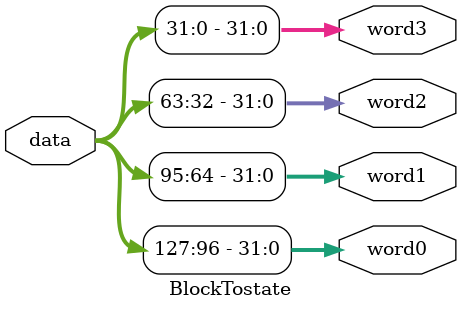
<source format=v>
module BlockTostate 
(
input [127:0] data,
output [31:0] word0,word1,word2,word3

);




assign word0[31:24]=data[127:120];
assign word0[23:16]=data[119:112];
assign word0[15:8]=data[111:104];
assign word0[7:0]=data[103:96];

assign word1[31:24]=data[95:88];
assign word1[23:16]=data[87:80];
assign word1[15:8]=data[79:72];
assign word1[7:0]=data[71:64];

assign word2[31:24]=data[63:56];
assign word2[23:16]=data[55:48];
assign word2[15:8]=data[47:40];
assign word2[7:0]=data[39:32];

assign word3[31:24]=data[31:24];
assign word3[23:16]=data[23:16];
assign word3[15:8]=data[15:8];
assign word3[7:0]=data[7:0];


endmodule 




























</source>
